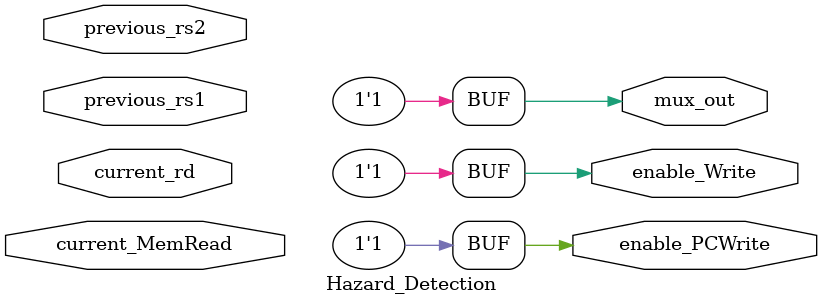
<source format=v>
`timescale 1ns / 1ps


module Hazard_Detection
(
    input [4:0] current_rd, previous_rs1, previous_rs2,
    input current_MemRead,
    output reg mux_out,
    output reg enable_Write, enable_PCWrite
);
initial begin
    if (current_MemRead && (current_rd == previous_rs1 || current_rd == previous_rs2)) begin
        // Hazard detected: Set control signals accordingly
        mux_out = 1;             // Disable the multiplexer output
        enable_Write = 1;       // Disable write to the next pipeline stage
        enable_PCWrite = 1;    // Disable PC write
    end else begin
        // No hazard detected: Set control signals accordingly
        mux_out = 1;             // Enable the multiplexer output
        enable_Write = 1;       // Enable write to the next pipeline stage
        enable_PCWrite = 1;    // Enable PC write
    end
end

endmodule

</source>
